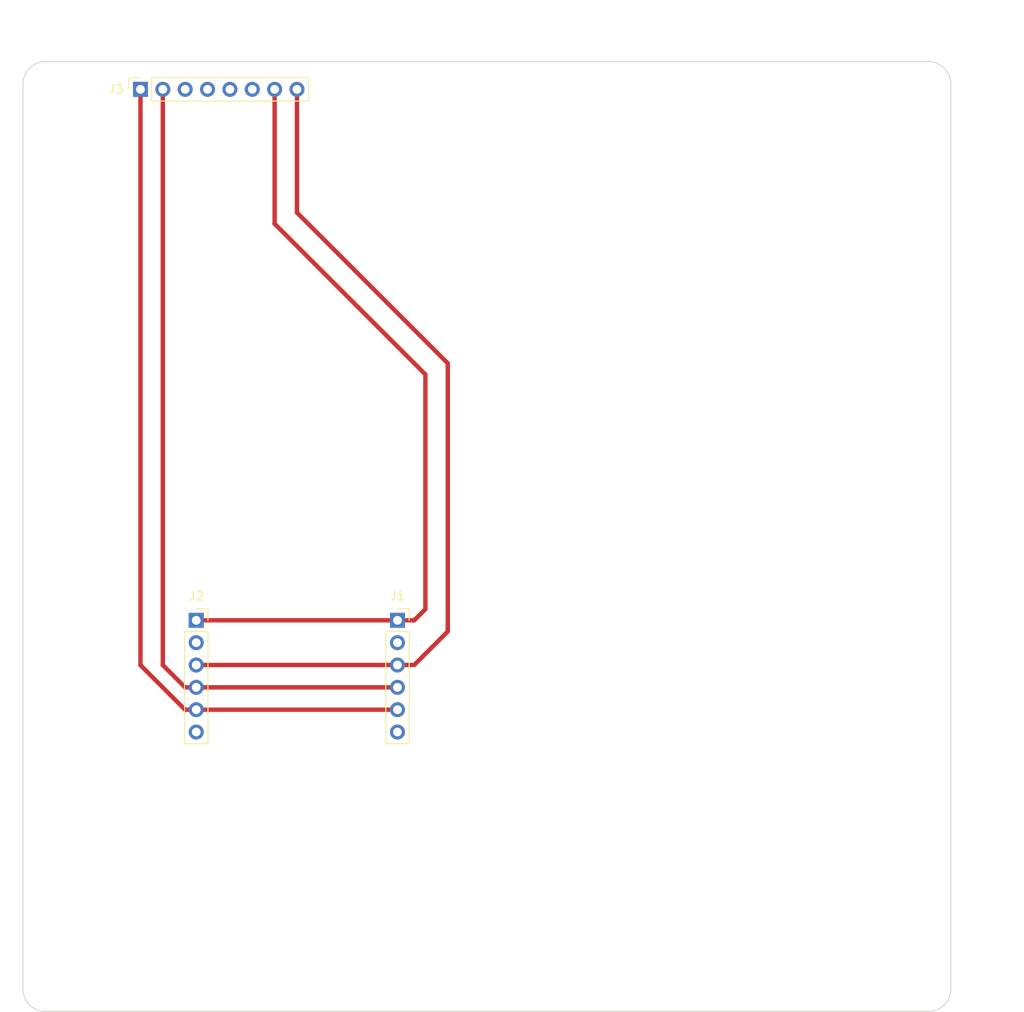
<source format=kicad_pcb>
(kicad_pcb (version 20221018) (generator pcbnew)
  (title_block (title "Adafruit Ultimate Macropad - Baseboard") (date "2024-01-29") (rev "1.0") (company "Brecht Van Eeckhoudt"))
  (layers (0 "F.Cu" signal) (31 "B.Cu" signal) (34 "B.Paste" user) (35 "F.Paste" user) (36 "B.SilkS" user "B.Silkscreen") (37 "F.SilkS" user "F.Silkscreen") (38 "B.Mask" user) (39 "F.Mask" user) (44 "Edge.Cuts" user))
  (net 0 "")
  (net 1 "/VCC")
  (net 3 "/GND")
  (net 4 "/SCL")
  (net 5 "/SDA")
  (footprint "MountingHole:MountingHole_3.2mm_M3" (layer "F.Cu") (at 158.75 132.08)
    (fp_text reference "H3" hide)
    (fp_text value "MountingHole")
    (pad "" np_thru_hole circle locked (at 0 0) (size 3.2 3.2) (drill 3.2) (layers "*.Cu" "*.Mask"))
  )
  (footprint "MountingHole:MountingHole_2.7mm_M2.5" (layer "F.Cu") (at 146.7 46.33)
    (fp_text reference "J3_H2" hide)
    (fp_text value "MountingHole")
    (pad "" np_thru_hole circle locked (at 0 0) (size 2.7 2.7) (drill 2.7) (layers "*.Cu" "*.Mask"))
  )
  (footprint "MountingHole:MountingHole_2.7mm_M2.5" (layer "F.Cu") (at 128.27 93.98)
    (fp_text reference "J2_H2" hide)
    (fp_text value "MountingHole")
    (pad "" np_thru_hole circle locked (at 0 0) (size 2.7 2.7) (drill 2.7) (layers "*.Cu" "*.Mask"))
  )
  (footprint "Connector_PinSocket_2.54mm:PinSocket_1x06_P2.54mm_Vertical" (layer "F.Cu") (at 128.905 106.68)
    (fp_text reference "J2" (at 0 -2.77) (layer "F.SilkS"))
    (fp_text value "Conn_01x06")
    (fp_line (start -1.33 1.27) (end -1.33 14.03) (stroke (width 0.12)) (layer "F.SilkS"))
    (fp_line (start -1.33 1.27) (end 1.33 1.27) (stroke (width 0.12)) (layer "F.SilkS"))
    (fp_line (start -1.33 14.03) (end 1.33 14.03) (stroke (width 0.12)) (layer "F.SilkS"))
    (fp_line (start 0 -1.33) (end 1.33 -1.33) (stroke (width 0.12)) (layer "F.SilkS"))
    (fp_line (start 1.33 -1.33) (end 1.33 0) (stroke (width 0.12)) (layer "F.SilkS"))
    (fp_line (start 1.33 1.27) (end 1.33 14.03) (stroke (width 0.12)) (layer "F.SilkS"))
    (pad "1" thru_hole rect locked (at 0 0) (size 1.7 1.7) (drill 1) (layers "*.Cu" "*.Mask") (net 1 "/VCC"))
    (pad "2" thru_hole oval locked (at 0 2.54) (size 1.7 1.7) (drill 1) (layers "*.Cu" "*.Mask"))
    (pad "3" thru_hole oval locked (at 0 5.08) (size 1.7 1.7) (drill 1) (layers "*.Cu" "*.Mask") (net 3 "/GND"))
    (pad "4" thru_hole oval locked (at 0 7.62) (size 1.7 1.7) (drill 1) (layers "*.Cu" "*.Mask") (net 4 "/SCL"))
    (pad "5" thru_hole oval locked (at 0 10.16) (size 1.7 1.7) (drill 1) (layers "*.Cu" "*.Mask") (net 5 "/SDA"))
    (pad "6" thru_hole oval locked (at 0 12.7) (size 1.7 1.7) (drill 1) (layers "*.Cu" "*.Mask"))
  )
  (footprint "MountingHole:MountingHole_3.2mm_M3" (layer "F.Cu") (at 158.75 50.8)
    (fp_text reference "H1" hide)
    (fp_text value "MountingHole")
    (pad "" np_thru_hole circle locked (at 0 0) (size 3.2 3.2) (drill 3.2) (layers "*.Cu" "*.Mask"))
  )
  (footprint "MountingHole:MountingHole_2.7mm_M2.5" (layer "F.Cu") (at 134.62 132.08)
    (fp_text reference "J1_H3" hide)
    (fp_text value "MountingHole")
    (pad "" np_thru_hole circle locked (at 0 0) (size 2.7 2.7) (drill 2.7) (layers "*.Cu" "*.Mask"))
  )
  (footprint "MountingHole:MountingHole_2.7mm_M2.5" (layer "F.Cu") (at 116.22 46.33)
    (fp_text reference "J3_H1" hide)
    (fp_text value "MountingHole")
    (pad "" np_thru_hole circle locked (at 0 0) (size 2.7 2.7) (drill 2.7) (layers "*.Cu" "*.Mask"))
  )
  (footprint "MountingHole:MountingHole_2.7mm_M2.5" (layer "F.Cu") (at 151.13 132.08)
    (fp_text reference "J1_H4" hide)
    (fp_text value "MountingHole")
    (pad "" np_thru_hole circle locked (at 0 0) (size 2.7 2.7) (drill 2.7) (layers "*.Cu" "*.Mask"))
  )
  (footprint "MountingHole:MountingHole_2.7mm_M2.5" (layer "F.Cu") (at 134.62 93.98)
    (fp_text reference "J1_H1" hide)
    (fp_text value "MountingHole")
    (pad "" np_thru_hole circle locked (at 0 0) (size 2.7 2.7) (drill 2.7) (layers "*.Cu" "*.Mask"))
  )
  (footprint "MountingHole:MountingHole_2.7mm_M2.5" (layer "F.Cu") (at 111.76 132.08)
    (fp_text reference "J2_H3" hide)
    (fp_text value "MountingHole")
    (pad "" np_thru_hole circle locked (at 0 0) (size 2.7 2.7) (drill 2.7) (layers "*.Cu" "*.Mask"))
  )
  (footprint "Connector_PinSocket_2.54mm:PinSocket_1x08_P2.54mm_Vertical" (layer "F.Cu") (at 122.57 46.33 90)
    (fp_text reference "J3" (at 0 -2.77 180) (layer "F.SilkS"))
    (fp_text value "Conn_01x08")
    (fp_line (start -1.33 1.27) (end -1.33 19.11) (stroke (width 0.12)) (layer "F.SilkS"))
    (fp_line (start -1.33 1.27) (end 1.33 1.27) (stroke (width 0.12)) (layer "F.SilkS"))
    (fp_line (start -1.33 19.11) (end 1.33 19.11) (stroke (width 0.12)) (layer "F.SilkS"))
    (fp_line (start 0 -1.33) (end 1.33 -1.33) (stroke (width 0.12)) (layer "F.SilkS"))
    (fp_line (start 1.33 -1.33) (end 1.33 0) (stroke (width 0.12)) (layer "F.SilkS"))
    (fp_line (start 1.33 1.27) (end 1.33 19.11) (stroke (width 0.12)) (layer "F.SilkS"))
    (pad "1" thru_hole rect locked (at 0 0 90) (size 1.7 1.7) (drill 1) (layers "*.Cu" "*.Mask") (net 5 "/SDA"))
    (pad "2" thru_hole oval locked (at 0 2.54 90) (size 1.7 1.7) (drill 1) (layers "*.Cu" "*.Mask") (net 4 "/SCL"))
    (pad "3" thru_hole oval locked (at 0 5.08 90) (size 1.7 1.7) (drill 1) (layers "*.Cu" "*.Mask"))
    (pad "4" thru_hole oval locked (at 0 7.62 90) (size 1.7 1.7) (drill 1) (layers "*.Cu" "*.Mask"))
    (pad "5" thru_hole oval locked (at 0 10.16 90) (size 1.7 1.7) (drill 1) (layers "*.Cu" "*.Mask"))
    (pad "6" thru_hole oval locked (at 0 12.7 90) (size 1.7 1.7) (drill 1) (layers "*.Cu" "*.Mask"))
    (pad "7" thru_hole oval locked (at 0 15.24 90) (size 1.7 1.7) (drill 1) (layers "*.Cu" "*.Mask") (net 1 "/VCC"))
    (pad "8" thru_hole oval locked (at 0 17.78 90) (size 1.7 1.7) (drill 1) (layers "*.Cu" "*.Mask") (net 3 "/GND"))
  )
  (footprint "Connector_PinSocket_2.54mm:PinSocket_1x06_P2.54mm_Vertical" (layer "F.Cu") (at 151.765 106.68)
    (fp_text reference "J1" (at 0 -2.77) (layer "F.SilkS"))
    (fp_text value "Conn_01x06")
    (fp_line (start -1.33 1.27) (end -1.33 14.03) (stroke (width 0.12)) (layer "F.SilkS"))
    (fp_line (start -1.33 1.27) (end 1.33 1.27) (stroke (width 0.12)) (layer "F.SilkS"))
    (fp_line (start -1.33 14.03) (end 1.33 14.03) (stroke (width 0.12)) (layer "F.SilkS"))
    (fp_line (start 0 -1.33) (end 1.33 -1.33) (stroke (width 0.12)) (layer "F.SilkS"))
    (fp_line (start 1.33 -1.33) (end 1.33 0) (stroke (width 0.12)) (layer "F.SilkS"))
    (fp_line (start 1.33 1.27) (end 1.33 14.03) (stroke (width 0.12)) (layer "F.SilkS"))
    (pad "1" thru_hole rect locked (at 0 0) (size 1.7 1.7) (drill 1) (layers "*.Cu" "*.Mask") (net 1 "/VCC"))
    (pad "2" thru_hole oval locked (at 0 2.54) (size 1.7 1.7) (drill 1) (layers "*.Cu" "*.Mask"))
    (pad "3" thru_hole oval locked (at 0 5.08) (size 1.7 1.7) (drill 1) (layers "*.Cu" "*.Mask") (net 3 "/GND"))
    (pad "4" thru_hole oval locked (at 0 7.62) (size 1.7 1.7) (drill 1) (layers "*.Cu" "*.Mask") (net 4 "/SCL"))
    (pad "5" thru_hole oval locked (at 0 10.16) (size 1.7 1.7) (drill 1) (layers "*.Cu" "*.Mask") (net 5 "/SDA"))
    (pad "6" thru_hole oval locked (at 0 12.7) (size 1.7 1.7) (drill 1) (layers "*.Cu" "*.Mask"))
  )
  (footprint "MountingHole:MountingHole_2.7mm_M2.5" (layer "F.Cu") (at 151.13 93.98)
    (fp_text reference "J1_H2" hide)
    (fp_text value "MountingHole")
    (pad "" np_thru_hole circle locked (at 0 0) (size 2.7 2.7) (drill 2.7) (layers "*.Cu" "*.Mask"))
  )
  (footprint "MountingHole:MountingHole_2.7mm_M2.5" (layer "F.Cu") (at 128.27 132.08)
    (fp_text reference "J2_H4" hide)
    (fp_text value "MountingHole")
    (pad "" np_thru_hole circle locked (at 0 0) (size 2.7 2.7) (drill 2.7) (layers "*.Cu" "*.Mask"))
  )
  (footprint "MountingHole:MountingHole_3.2mm_M3" (layer "F.Cu") (at 210.82 50.8)
    (fp_text reference "H2" hide)
    (fp_text value "MountingHole")
    (pad "" np_thru_hole circle locked (at 0 0) (size 3.2 3.2) (drill 3.2) (layers "*.Cu" "*.Mask"))
  )
  (footprint "MountingHole:MountingHole_2.7mm_M2.5" (layer "F.Cu") (at 111.76 93.98)
    (fp_text reference "J2_H1" hide)
    (fp_text value "MountingHole")
    (pad "" np_thru_hole circle locked (at 0 0) (size 2.7 2.7) (drill 2.7) (layers "*.Cu" "*.Mask"))
  )
  (footprint "MountingHole:MountingHole_3.2mm_M3" (layer "F.Cu") (at 210.82 132.08)
    (fp_text reference "H4" hide)
    (fp_text value "MountingHole")
    (pad "" np_thru_hole circle locked (at 0 0) (size 3.2 3.2) (drill 3.2) (layers "*.Cu" "*.Mask"))
  )
  (gr_line (start 109.22 148.59) (end 109.22 45.72) (stroke (width 0.1)) (layer "Edge.Cuts"))
  (gr_arc (start 212.09 43.18) (mid 213.886051 43.923949) (end 214.63 45.72) (stroke (width 0.1)) (layer "Edge.Cuts"))
  (gr_arc (start 111.76 151.13) (mid 109.963949 150.386051) (end 109.22 148.59) (stroke (width 0.1)) (layer "Edge.Cuts"))
  (gr_arc (start 214.63 148.59) (mid 213.886051 150.386051) (end 212.09 151.13) (stroke (width 0.1)) (layer "Edge.Cuts"))
  (gr_line (start 214.63 45.72) (end 214.63 148.59) (stroke (width 0.1)) (layer "Edge.Cuts"))
  (gr_line (start 212.09 151.13) (end 111.76 151.13) (stroke (width 0.1)) (layer "Edge.Cuts"))
  (gr_arc (start 109.22 45.72) (mid 109.963949 43.923949) (end 111.76 43.18) (stroke (width 0.1)) (layer "Edge.Cuts"))
  (gr_line (start 111.76 43.18) (end 212.09 43.18) (stroke (width 0.1)) (layer "Edge.Cuts"))
  (segment (start 154.94 78.74) (end 137.795 61.595) (width 0.5) (layer "F.Cu") (net 1))
  (segment (start 151.765 106.68) (end 153.67 106.68) (width 0.5) (layer "F.Cu") (net 1))
  (segment (start 153.67 106.68) (end 154.94 105.41) (width 0.5) (layer "F.Cu") (net 1))
  (segment (start 154.94 105.41) (end 154.94 78.74) (width 0.5) (layer "F.Cu") (net 1))
  (segment (start 137.81 61.58) (end 137.81 46.33) (width 0.5) (layer "F.Cu") (net 1))
  (segment (start 137.795 61.595) (end 137.81 61.58) (width 0.5) (layer "F.Cu") (net 1))
  (segment (start 128.905 106.68) (end 151.765 106.68) (width 0.5) (layer "F.Cu") (net 1))
  (segment (start 153.67 111.76) (end 157.48 107.95) (width 0.5) (layer "F.Cu") (net 3))
  (segment (start 128.905 111.76) (end 151.765 111.76) (width 0.5) (layer "F.Cu") (net 3))
  (segment (start 157.48 107.95) (end 157.48 77.47) (width 0.5) (layer "F.Cu") (net 3))
  (segment (start 157.48 77.47) (end 140.35 60.34) (width 0.5) (layer "F.Cu") (net 3))
  (segment (start 151.765 111.76) (end 153.67 111.76) (width 0.5) (layer "F.Cu") (net 3))
  (segment (start 140.35 60.34) (end 140.35 46.33) (width 0.5) (layer "F.Cu") (net 3))
  (segment (start 128.905 114.3) (end 151.765 114.3) (width 0.5) (layer "F.Cu") (net 4))
  (segment (start 125.11 111.745) (end 125.11 46.33) (width 0.5) (layer "F.Cu") (net 4))
  (segment (start 127.635 114.3) (end 125.095 111.76) (width 0.5) (layer "F.Cu") (net 4))
  (segment (start 125.095 111.76) (end 125.11 111.745) (width 0.5) (layer "F.Cu") (net 4))
  (segment (start 128.905 114.3) (end 127.635 114.3) (width 0.5) (layer "F.Cu") (net 4))
  (segment (start 122.57 46.33) (end 122.57 111.775) (width 0.5) (layer "F.Cu") (net 5))
  (segment (start 128.905 116.84) (end 151.765 116.84) (width 0.5) (layer "F.Cu") (net 5))
  (segment (start 127.635 116.84) (end 128.905 116.84) (width 0.5) (layer "F.Cu") (net 5))
  (segment (start 122.57 111.775) (end 127.635 116.84) (width 0.5) (layer "F.Cu") (net 5))
)
</source>
